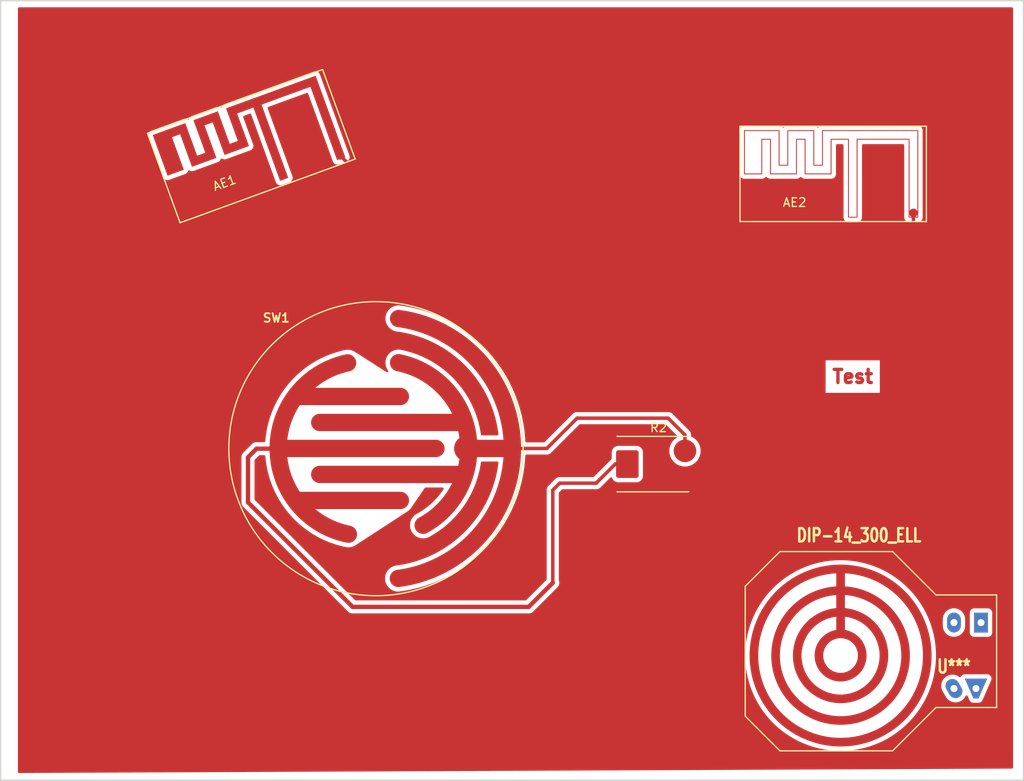
<source format=kicad_pcb>
(kicad_pcb (version 20221018) (generator pcbnew)
  (layers (0 "F.Cu" signal) (31 "B.Cu" signal) (34 "B.Paste" user) (35 "F.Paste" user) (36 "B.SilkS" user "B.Silkscreen") (37 "F.SilkS" user "F.Silkscreen") (38 "B.Mask" user) (39 "F.Mask" user) (44 "Edge.Cuts" user))
  (net 0 "")
  (net 1 "/PAD2")
  (net 2 "/PAD1")
  (net 3 "GND")
  (footprint "Diodes_SMD:DO-214AB" (layer "F.Cu") (at 136.9 101.5)
    (fp_text reference "R2" (at 0 -4.2) (layer "F.SilkS"))
    (fp_text value "R")
    (fp_line (start -4.8 -3.2) (end 3.5 -3.2) (stroke (width 0.15)) (layer "F.SilkS"))
    (fp_line (start 3.5 3.2) (end -4.8 3.2) (stroke (width 0.15)) (layer "F.SilkS"))
    (pad "1" smd roundrect (at -3.6 0) (size 2.6 3.2) (layers "F.Cu" "F.Paste" "F.Mask") (roundrect_rratio 0.1) (net 2 "/PAD1"))
    (pad "2" smd circle (at 3.048 -1.524) (size 2.6 2.6) (layers "F.Cu" "F.Paste" "F.Mask") (net 1 "/PAD2"))
  )
  (footprint "Connect:1pin" (layer "F.Cu") (at 166.3 72.5)
    (fp_text reference "AE2" (at -13.7 -1.2) (layer "F.SilkS"))
    (fp_text value "Antenna")
    (fp_line (start -20 -10) (end 1.5 -10) (stroke (width 0.15)) (layer "F.SilkS"))
    (fp_line (start -20 1) (end -20 -10) (stroke (width 0.15)) (layer "F.SilkS"))
    (fp_line (start 1.5 -10) (end 1.5 1) (stroke (width 0.15)) (layer "F.SilkS"))
    (fp_line (start 1.5 1) (end -20 1) (stroke (width 0.15)) (layer "F.SilkS"))
    (pad "1" smd custom (at 0 0) (size 1 1) (layers "F.Cu" "F.Paste" "F.Mask") (net 3 "GND") (options (clearance outline) (anchor circle)) (primitives (gr_line (start -0.4928 -8.5) (end -0.4928 0.5) (width 0.1)) (gr_line (start -6.4928 -8.5) (end -0.4928 -8.5) (width 0.1)) (gr_line (start -6.4928 0.5) (end -6.4928 -8.5) (width 0.1)) (gr_line (start -7.4928 0.5) (end -6.4928 0.5) (width 0.1)) (gr_line (start -7.4928 -8.5) (end -7.4928 0.5) (width 0.1)) (gr_line (start -9.4928 -8.5) (end -7.4928 -8.5) (width 0.1)) (gr_line (start -9.4928 -4.5) (end -9.4928 -8.5) (width 0.1)) (gr_line (start -12.4928 -4.5) (end -9.4928 -4.5) (width 0.1)) (gr_line (start -12.4928 -8.5) (end -12.4928 -4.5) (width 0.1)) (gr_line (start -13.4928 -8.5) (end -12.4928 -8.5) (width 0.1)) (gr_line (start -13.4928 -4.5) (end -13.4928 -8.5) (width 0.1)) (gr_line (start -16.4928 -4.5) (end -13.4928 -4.5) (width 0.1)) (gr_line (start -16.4928 -8.5) (end -16.4928 -4.5) (width 0.1)) (gr_line (start -17.4928 -8.5) (end -16.4928 -8.5) (width 0.1)) (gr_line (start -17.4928 -4.5) (end -17.4928 -8.5) (width 0.1)) (gr_line (start -19.4928 -4.5) (end -17.4928 -4.5) (width 0.1)) (gr_line (start -19.4928 -9.5) (end -19.4928 -4.5) (width 0.1)) (gr_line (start -15.4928 -9.5) (end -19.4928 -9.5) (width 0.1)) (gr_line (start -15.4928 -5.5) (end -15.4928 -9.5) (width 0.1)) (gr_line (start -14.4928 -5.5) (end -15.4928 -5.5) (width 0.1)) (gr_line (start -14.4928 -9.5) (end -14.4928 -5.5) (width 0.1)) (gr_line (start -11.4928 -9.5) (end -14.4928 -9.5) (width 0.1)) (gr_line (start -11.4928 -5.5) (end -11.4928 -9.5) (width 0.1)) (gr_line (start -10.4928 -5.5) (end -11.4928 -5.5) (width 0.1)) (gr_line (start -10.4928 -9.5) (end -10.4928 -5.5) (width 0.1)) (gr_line (start 0.5072 -9.5) (end -10.4928 -9.5) (width 0.1)) (gr_line (start 0.5072 0.5) (end 0.5072 -9.5) (width 0.1)) (gr_line (start -0.4928 0.5) (end 0.5072 0.5) (width 0.1))))
  )
  (footprint "Connect:1pin" (layer "F.Cu") (at 100.15 65.86 20)
    (fp_text reference "AE1" (at -13.619 -1.567 20) (layer "F.SilkS"))
    (fp_text value "Antenna")
    (fp_line (start -20 -10) (end 1.5 -10) (stroke (width 0.15)) (layer "F.SilkS"))
    (fp_line (start -20 1) (end -20 -10) (stroke (width 0.15)) (layer "F.SilkS"))
    (fp_line (start 1.5 -10) (end 1.5 1) (stroke (width 0.15)) (layer "F.SilkS"))
    (fp_line (start 1.5 1) (end -20 1) (stroke (width 0.15)) (layer "F.SilkS"))
    (pad "1" connect custom (at 0 0 20) (size 1 1) (layers "F.Cu" "F.Mask") (net 3 "GND") (options (clearance outline) (anchor circle)) (primitives (gr_poly (pts (xy -15.5 -5.6) (xy -14.5 -5.6) (xy -14.5 -9.6) (xy -11.5 -9.6) (xy -11.5 -5.6) (xy -10.5 -5.6) (xy -10.5 -9.6) (xy 0.5 -9.6) (xy 0.5 0.4) (xy -0.5 0.4) (xy -0.5 -8.6) (xy -6.5 -8.6) (xy -6.5 0.4) (xy -7.5 0.4) (xy -7.5 -8.6) (xy -9.5 -8.6) (xy -9.5 -4.6) (xy -12.5 -4.6) (xy -12.5 -8.6) (xy -13.5 -8.6) (xy -13.5 -4.6) (xy -16.5 -4.6) (xy -16.5 -8.6) (xy -17.5 -8.6) (xy -17.5 -4.6) (xy -19.5 -4.6) (xy -19.5 -9.6) (xy -15.5 -9.6)) (width 0) (fill yes))))
  )
  (footprint "Dip_sockets:DIP-14__300_ELL" (layer "F.Cu") (at 165.9 123.6 180)
    (fp_text reference "U***" (at -5.08 -1.27 180) (layer "F.SilkS") (effects (font (size 1.524 1.143) (thickness 0.3048))))
    (fp_text value "DIP-14_300_ELL" (at 5.88 13.872 180) (layer "F.SilkS") (effects (font (size 1.524 1.143) (thickness 0.3048))))
    (fp_line (start -10 -6) (end -9 -6) (stroke (width 0.15)) (layer "F.SilkS"))
    (fp_line (start -10 7) (end -10 -6) (stroke (width 0.15)) (layer "F.SilkS"))
    (fp_line (start -9 -6) (end -3 -6) (stroke (width 0.15)) (layer "F.SilkS"))
    (fp_line (start -3 -6) (end 2 -11) (stroke (width 0.15)) (layer "F.SilkS"))
    (fp_line (start -3 7) (end -10 7) (stroke (width 0.15)) (layer "F.SilkS"))
    (fp_line (start 2 -11) (end 15 -11) (stroke (width 0.15)) (layer "F.SilkS"))
    (fp_line (start 2 12) (end -3 7) (stroke (width 0.15)) (layer "F.SilkS"))
    (fp_line (start 15 -11) (end 19 -7) (stroke (width 0.15)) (layer "F.SilkS"))
    (fp_line (start 15 12) (end 2 12) (stroke (width 0.15)) (layer "F.SilkS"))
    (fp_line (start 19 -7) (end 19 8) (stroke (width 0.15)) (layer "F.SilkS"))
    (fp_line (start 19 8) (end 15 12) (stroke (width 0.15)) (layer "F.SilkS"))
    (pad "1" thru_hole rect (at -8.2 3.8 180) (size 1.5748 2.286) (drill 0.8128) (layers "*.Cu" "*.Mask"))
    (pad "2" thru_hole oval (at -5.08 3.81 180) (size 1.5748 2.286) (drill 0.8128) (layers "*.Cu" "*.Mask"))
    (pad "3" thru_hole trapezoid (at -7.62 -3.81 180) (size 1.5748 2.286) (rect_delta 0 1) (drill 0.8128) (layers "*.Cu" "*.Mask"))
    (pad "4" thru_hole oval (at -5.08 -3.81 210) (size 1.5748 2.286) (drill 0.8128) (layers "*.Cu" "*.Mask"))
    (pad "5" connect custom (at 8 10 180) (size 1 1) (layers "F.Cu" "F.Mask") (options (clearance convexhull) (anchor circle)) (primitives (gr_circle (center 0 -10) (end 2.5 -10) (width 1) (fill none)) (gr_circle (center 0 -10) (end 5 -10) (width 1) (fill none)) (gr_circle (center 0 -10) (end 7.5 -10) (width 1) (fill none)) (gr_circle (center 0 -10) (end 10 -10) (width 1) (fill none)) (gr_line (start 0 0) (end 0 -7.5) (width 1))))
  )
  (footprint "Discret:C2" (layer "F.Cu") (at 104.299 99.72)
    (fp_text reference "SW1" (at -11.5 -15.1) (layer "F.SilkS") (effects (font (thickness 0.2))))
    (fp_text value "R" hide)
    (fp_circle (center 0 0) (end 12.065 -11.938) (stroke (width 0.15)) (fill none) (layer "F.SilkS"))
    (pad "1" connect custom (at -11.081 -0.025 90) (size 1.397 1.397) (layers "F.Cu" "F.Mask") (net 2 "/PAD1") (options (clearance convexhull) (anchor rect)) (primitives (gr_line (start 6 1.9) (end 6 13.9) (width 2)) (gr_line (start -6 1.9) (end -6 13.9) (width 2)) (gr_line (start 0 -0.1) (end 0 18) (width 2)) (gr_arc (start -9.9 7.9) (mid -0.049149 -0.19988) (end 9.880067 7.803745) (width 2))))
    (pad "2" connect custom (at 10.509 -0.025 270) (size 3 3) (layers "F.Cu" "F.Mask") (net 1 "/PAD2") (options (clearance outline) (anchor circle)) (primitives (gr_line (start 3 0.5) (end 3 17) (width 2)) (gr_line (start -3 0.5) (end -3 17) (width 2)) (gr_arc (start -9.9 7.9) (mid -1.506614 -0.086997) (end 8.869415 5.068492) (width 2)) (gr_arc (start -15 7.9) (mid 0.011791 -5.232741) (end 15.003099 7.923378) (width 2)) (gr_line (start 0 0) (end 0 -5) (width 2))))
  )
  (gr_line (start 179 48) (end 179 138) (stroke (width 0.15)) (layer "Edge.Cuts"))
  (gr_line (start 179 138) (end 61 138) (stroke (width 0.15)) (layer "Edge.Cuts"))
  (gr_line (start 61 48) (end 179 48) (stroke (width 0.15)) (layer "Edge.Cuts"))
  (gr_line (start 61 138) (end 61 48) (stroke (width 0.15)) (layer "Edge.Cuts"))
  (gr_text "Test" (at 159.3 91.4) (layer "F.Cu") (effects (font (size 1.524 1.524) (thickness 0.381))))
  (segment (start 139.948 98.137523) (end 138.010477 96.2) (width 0.4) (layer "F.Cu") (net 1))
  (segment (start 114.808 99.695) (end 124.005 99.695) (width 0.4) (layer "F.Cu") (net 1))
  (segment (start 138.010477 96.2) (end 127.5 96.2) (width 0.4) (layer "F.Cu") (net 1))
  (segment (start 139.948 99.976) (end 139.948 98.137523) (width 0.4) (layer "F.Cu") (net 1))
  (segment (start 124.005 99.695) (end 127.5 96.2) (width 0.4) (layer "F.Cu") (net 1))
  (segment (start 101.6 117.983) (end 89.535 105.918) (width 0.5) (layer "F.Cu") (net 2))
  (segment (start 129.7 103.7) (end 125.5 103.7) (width 0.4) (layer "F.Cu") (net 2))
  (segment (start 125.5 103.7) (end 124.7 104.5) (width 0.4) (layer "F.Cu") (net 2))
  (segment (start 90.526 99.72) (end 93.799 99.72) (width 0.5) (layer "F.Cu") (net 2))
  (segment (start 121.917 117.983) (end 101.6 117.983) (width 0.5) (layer "F.Cu") (net 2))
  (segment (start 89.535 105.918) (end 89.535 100.711) (width 0.5) (layer "F.Cu") (net 2))
  (segment (start 131.9 101.5) (end 129.7 103.7) (width 0.4) (layer "F.Cu") (net 2))
  (segment (start 89.535 100.711) (end 90.526 99.72) (width 0.5) (layer "F.Cu") (net 2))
  (segment (start 133.3 101.5) (end 131.9 101.5) (width 0.4) (layer "F.Cu") (net 2))
  (segment (start 124.7 104.5) (end 124.7 115.2) (width 0.4) (layer "F.Cu") (net 2))
  (segment (start 124.7 115.2) (end 121.917 117.983) (width 0.5) (layer "F.Cu") (net 2))
  (segment (start 166.3 72.5) (end 166.3 75.5) (width 0.4) (layer "F.Cu") (net 3))
  (segment (start 100.15 65.86) (end 102.5 68.21) (width 0.4) (layer "F.Cu") (net 3))
  (segment (start 102.5 68.21) (end 102.5 69.2) (width 0.4) (layer "F.Cu") (net 3))
  (zone (net 3) (net_name "GND") (layer "F.Cu") (connect_pads (clearance 0.5)) (min_thickness 0.254) (fill yes (thermal_gap 0.508) (thermal_bridge_width 0.508))
    (polygon (pts (xy 62.992 48.768) (xy 177.8 48.768) (xy 177.8 136.652) (xy 62.992 137.16)))
  )
)
</source>
